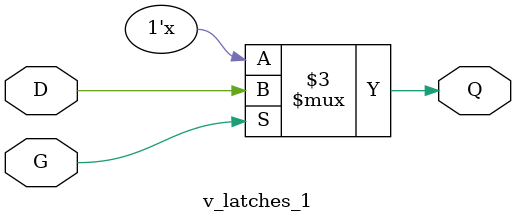
<source format=v>
module v_latches_1 (G, D, Q);
    input G, D;
    output Q;
    reg Q;
    
    always @(G or D)
    begin
        if (G)
            Q = D;
    end
endmodule

</source>
